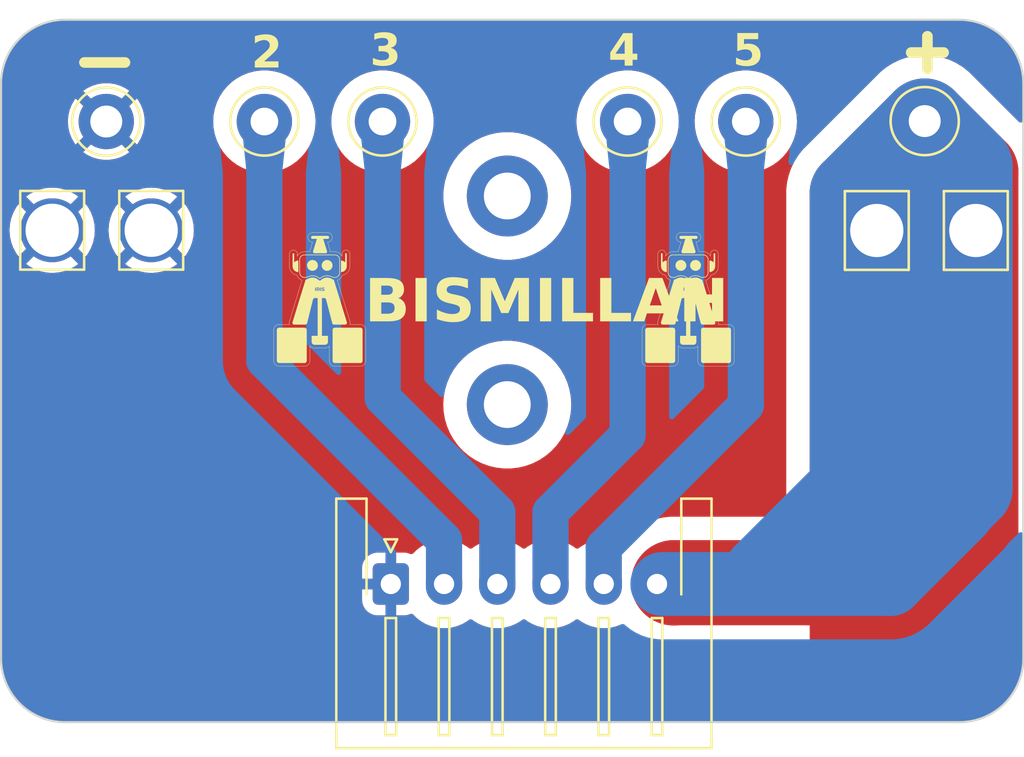
<source format=kicad_pcb>
(kicad_pcb (version 20240108) (generator "pcbnew") (generator_version "8.0")
  (layers (0 "F.Cu" signal) (31 "B.Cu" signal) (34 "B.Paste" user) (35 "F.Paste" user) (36 "B.SilkS" user "B.Silkscreen") (37 "F.SilkS" user "F.Silkscreen") (38 "B.Mask" user) (39 "F.Mask" user) (44 "Edge.Cuts" user))
  (net 0 "")
  (net 1 "/+")
  (net 2 "/-")
  (net 3 "Net-(J2-Pin_2)")
  (net 4 "Net-(J2-Pin_3)")
  (net 5 "Net-(J2-Pin_4)")
  (net 6 "Net-(J2-Pin_5)")
  (footprint "Connector_Pin:Pin_D1.3mm_L10.0mm_W3.5mm_Flat" (layer "F.Cu") (at 27.03 29.76 -90)
    (property "Reference" "J12" (hide yes))
    (property "Value" "-")
    (pad "1" thru_hole circle (at 0 0 270) (size 3 3) (drill 2.5) (layers "*.Cu" "*.Mask") (net 2 "/-"))
  )
  (footprint "Connector_Pin:Pin_D1.3mm_L11.0mm" (layer "F.Cu") (at 32.344 24.65 180)
    (property "Reference" "J3" (hide yes))
    (property "Value" "2")
    (pad "1" thru_hole circle (at 0 0 180) (size 2.6 2.6) (drill 1.3) (layers "*.Cu" "*.Mask") (net 3 "Net-(J2-Pin_2)"))
  )
  (footprint "LOGO" (layer "F.Cu") (at 52.24 33.01)
    (property "Reference" "G***" (hide yes))
    (property "Value" "LOGO" (hide yes))
  )
  (footprint "Connector_Pin:Pin_D1.3mm_L11.0mm" (layer "F.Cu") (at 63.35 24.63)
    (property "Reference" "J9" (hide yes))
    (property "Value" "6")
    (pad "1" thru_hole circle (at 0 0) (size 2.6 2.6) (drill 1.5) (layers "*.Cu" "*.Mask") (net 1 "/+"))
  )
  (footprint "MountingHole:MountingHole_2.2mm_M2_DIN965_Pad" (layer "F.Cu") (at 43.75 28.15)
    (property "Reference" "H1" (hide yes))
    (property "Value" "Hole" (hide yes))
    (pad "1" thru_hole circle (at 0 0) (size 3.8 3.8) (drill 2.2) (layers "*.Cu" "*.Mask"))
  )
  (footprint "Connector_Pin:Pin_D1.3mm_L10.0mm_W3.5mm_Flat" (layer "F.Cu") (at 22.38 29.76 -90)
    (property "Reference" "J13" (hide yes))
    (property "Value" "-")
    (pad "1" thru_hole circle (at 0 0 270) (size 3 3) (drill 2.5) (layers "*.Cu" "*.Mask") (net 2 "/-"))
  )
  (footprint "Connector_Pin:Pin_D1.3mm_L11.0mm" (layer "F.Cu") (at 37.89 24.648293 180)
    (property "Reference" "J4" (hide yes))
    (property "Value" "3")
    (pad "1" thru_hole circle (at 0 0 180) (size 2.6 2.6) (drill 1.3) (layers "*.Cu" "*.Mask") (net 4 "Net-(J2-Pin_3)"))
  )
  (footprint "Connector_Pin:Pin_D1.3mm_L11.0mm" (layer "F.Cu") (at 54.95 24.65 180)
    (property "Reference" "J6" (hide yes))
    (property "Value" "5")
    (pad "1" thru_hole circle (at 0 0 180) (size 2.6 2.6) (drill 1.3) (layers "*.Cu" "*.Mask") (net 6 "Net-(J2-Pin_5)"))
  )
  (footprint "Connector_Pin:Pin_D1.3mm_L10.0mm_W3.5mm_Flat" (layer "F.Cu") (at 61.1 29.77 -90)
    (property "Reference" "J11" (hide yes))
    (property "Value" "+")
    (pad "1" thru_hole circle (at 0 0 270) (size 3 3) (drill 2.5) (layers "*.Cu" "*.Mask") (net 1 "/+"))
  )
  (footprint "LOGO" (layer "F.Cu") (at 34.94 33.01)
    (property "Reference" "G***" (hide yes))
    (property "Value" "LOGO" (hide yes))
  )
  (footprint "MountingHole:MountingHole_2.2mm_M2_DIN965_Pad" (layer "F.Cu") (at 43.75 37.95)
    (property "Reference" "H2" (hide yes))
    (property "Value" "Hole" (hide yes))
    (pad "1" thru_hole circle (at 0 0) (size 3.8 3.8) (drill 2.2) (layers "*.Cu" "*.Mask"))
  )
  (footprint "Connector_JST:JST_XH_S6B-XH-A-1_1x06_P2.50mm_Horizontal" (layer "F.Cu") (at 38.28 46.38)
    (property "Reference" "J2" (hide yes))
    (property "Value" "Molex" (hide yes))
    (pad "1" thru_hole roundrect (at 0 0) (size 1.7 1.95) (drill 0.95) (layers "*.Cu" "*.Mask") (roundrect_rratio 0.147059) (net 2 "/-"))
    (pad "2" thru_hole oval (at 2.5 0) (size 1.7 1.95) (drill 0.95) (layers "*.Cu" "*.Mask") (net 3 "Net-(J2-Pin_2)"))
    (pad "3" thru_hole oval (at 5 0) (size 1.7 1.95) (drill 0.95) (layers "*.Cu" "*.Mask") (net 4 "Net-(J2-Pin_3)"))
    (pad "4" thru_hole oval (at 7.5 0) (size 1.7 1.95) (drill 0.95) (layers "*.Cu" "*.Mask") (net 5 "Net-(J2-Pin_4)"))
    (pad "5" thru_hole oval (at 10 0) (size 1.7 1.95) (drill 0.95) (layers "*.Cu" "*.Mask") (net 6 "Net-(J2-Pin_5)"))
    (pad "6" thru_hole oval (at 12.5 0) (size 1.7 1.95) (drill 0.95) (layers "*.Cu" "*.Mask") (net 1 "/+"))
  )
  (footprint "Connector_Pin:Pin_D1.3mm_L11.0mm" (layer "F.Cu") (at 49.4 24.648293 180)
    (property "Reference" "J5" (hide yes))
    (property "Value" "4")
    (pad "1" thru_hole circle (at 0 0 180) (size 2.6 2.6) (drill 1.3) (layers "*.Cu" "*.Mask") (net 5 "Net-(J2-Pin_4)"))
  )
  (footprint "Connector_Pin:Pin_D1.3mm_L11.0mm" (layer "F.Cu") (at 24.92 24.65)
    (property "Reference" "J8" (hide yes))
    (property "Value" "1")
    (pad "1" thru_hole circle (at 0 0) (size 2.6 2.6) (drill 1.5) (layers "*.Cu" "*.Mask") (net 2 "/-"))
  )
  (footprint "Connector_Pin:Pin_D1.3mm_L10.0mm_W3.5mm_Flat" (layer "F.Cu") (at 65.75 29.77 -90)
    (property "Reference" "J10" (hide yes))
    (property "Value" "+")
    (pad "1" thru_hole circle (at 0 0 270) (size 3 3) (drill 2.5) (layers "*.Cu" "*.Mask") (net 1 "/+"))
  )
  (gr_arc (start 67.98 49.87) (mid 67.10132 51.99132) (end 64.98 52.87) (stroke (width 0.1)) (layer "Edge.Cuts"))
  (gr_line (start 19.98 49.87) (end 19.98 22.87) (stroke (width 0.1)) (layer "Edge.Cuts"))
  (gr_line (start 22.98 19.87) (end 64.98 19.87) (stroke (width 0.1)) (layer "Edge.Cuts"))
  (gr_arc (start 19.98 22.87) (mid 20.85868 20.74868) (end 22.98 19.87) (stroke (width 0.1)) (layer "Edge.Cuts"))
  (gr_line (start 64.98 52.87) (end 22.98 52.87) (stroke (width 0.1)) (layer "Edge.Cuts"))
  (gr_line (start 67.98 22.87) (end 67.98 49.87) (stroke (width 0.1)) (layer "Edge.Cuts"))
  (gr_arc (start 64.98 19.87) (mid 67.10132 20.74868) (end 67.98 22.87) (stroke (width 0.1)) (layer "Edge.Cuts"))
  (gr_arc (start 22.98 52.87) (mid 20.85868 51.99132) (end 19.98 49.87) (stroke (width 0.1)) (layer "Edge.Cuts"))
  (gr_text "4" (at 48.49 22.28 0) (layer "F.SilkS") (effects (font (size 1.5 1.5) (thickness 0.3) (bold yes)) (justify left bottom)))
  (gr_text "2" (at 31.728 22.366 0) (layer "F.SilkS") (effects (font (size 1.5 1.5) (thickness 0.3) (bold yes)) (justify left bottom)))
  (gr_text "3" (at 37.3 22.266 0) (layer "F.SilkS") (effects (font (size 1.5 1.5) (thickness 0.3) (bold yes)) (justify left bottom)))
  (gr_text "BISMILLAH" (at 37.05 34.38 0) (layer "F.SilkS") (effects (font (size 2 2) (thickness 0.3) (bold yes)) (justify left bottom)))
  (gr_text "+" (at 61.91 22.44 0) (layer "F.SilkS") (effects (font (size 2 2) (thickness 0.5)) (justify left bottom)))
  (gr_text "-" (at 22.97 23.16 0) (layer "F.SilkS") (effects (font (size 2.5 2.5) (thickness 0.5) (bold yes)) (justify left bottom)))
  (gr_text "5" (at 54.328 22.276 0) (layer "F.SilkS") (effects (font (size 1.5 1.5) (thickness 0.3) (bold yes)) (justify left bottom)))
  (segment (start 61.83 50.35) (end 61.84 50.34) (width 4) (layer "F.Cu") (net 1))
  (segment (start 62.63 41.61) (end 57.92 46.32) (width 4) (layer "F.Cu") (net 1))
  (segment (start 65.14 50.38) (end 65.75 49.77) (width 4) (layer "F.Cu") (net 1))
  (segment (start 62.39 49.07) (end 60.89 49.07) (width 3) (layer "F.Cu") (net 1))
  (segment (start 57.92 46.32) (end 51.57 46.32) (width 4) (layer "F.Cu") (net 1))
  (segment (start 63.35 24.63) (end 65.75 27.03) (width 4) (layer "F.Cu") (net 1))
  (segment (start 65.75 27.03) (end 65.75 29.77) (width 4) (layer "F.Cu") (net 1))
  (segment (start 60.855 49.035) (end 62.2 50.38) (width 4) (layer "F.Cu") (net 1))
  (segment (start 59.95 44.72) (end 59.95 50.17) (width 4) (layer "F.Cu") (net 1))
  (segment (start 62.39 28.13) (end 62.39 49.07) (width 3) (layer "F.Cu") (net 1))
  (segment (start 62.2 50.38) (end 65.14 50.38) (width 4) (layer "F.Cu") (net 1))
  (segment (start 59.95 28.03) (end 59.95 44.72) (width 4) (layer "F.Cu") (net 1))
  (segment (start 63.35 24.63) (end 59.95 28.03) (width 4) (layer "F.Cu") (net 1))
  (segment (start 63.35 24.63) (end 63.35 27.17) (width 3) (layer "F.Cu") (net 1))
  (segment (start 65.75 49.77) (end 65.75 29.77) (width 4) (layer "F.Cu") (net 1))
  (segment (start 51.57 46.32) (end 51.56 46.33) (width 4) (layer "F.Cu") (net 1))
  (segment (start 60.13 50.35) (end 61.83 50.35) (width 4) (layer "F.Cu") (net 1))
  (segment (start 59.95 50.17) (end 60.13 50.35) (width 4) (layer "F.Cu") (net 1))
  (segment (start 60.89 49.07) (end 60.855 49.035) (width 3) (layer "F.Cu") (net 1))
  (segment (start 63.35 27.17) (end 62.39 28.13) (width 3) (layer "F.Cu") (net 1))
  (segment (start 65.48 26.76) (end 65.48 41.88) (width 4) (layer "B.Cu") (net 1))
  (segment (start 59.95 43.95) (end 59.94 43.96) (width 4) (layer "B.Cu") (net 1))
  (segment (start 65.48 41.88) (end 63.13 44.23) (width 4) (layer "B.Cu") (net 1))
  (segment (start 63.35 24.63) (end 62.3 25.68) (width 3) (layer "B.Cu") (net 1))
  (segment (start 63.28 44.74) (end 60.19 44.74) (width 3) (layer "B.Cu") (net 1))
  (segment (start 59.95 28.03) (end 59.95 43.95) (width 4) (layer "B.Cu") (net 1))
  (segment (start 62.3 38.85) (end 55.47 45.68) (width 3) (layer "B.Cu") (net 1))
  (segment (start 62.3 25.68) (end 62.3 38.85) (width 3) (layer "B.Cu") (net 1))
  (segment (start 61.75 46.38) (end 51.03 46.38) (width 3) (layer "B.Cu") (net 1))
  (segment (start 65.48 40.03) (end 64.25 40.03) (width 3) (layer "B.Cu") (net 1))
  (segment (start 65.1 43.03) (end 61.75 46.38) (width 3) (layer "B.Cu") (net 1))
  (segment (start 60.19 44.74) (end 59.67 44.22) (width 3) (layer "B.Cu") (net 1))
  (segment (start 63.35 24.63) (end 65.48 26.76) (width 4) (layer "B.Cu") (net 1))
  (segment (start 63.35 24.63) (end 59.95 28.03) (width 4) (layer "B.Cu") (net 1))
  (segment (start 64.25 40.03) (end 62.2 42.08) (width 3) (layer "B.Cu") (net 1))
  (segment (start 62.32 28.21) (end 64.39 30.28) (width 3) (layer "B.Cu") (net 1))
  (segment (start 32.344 35.884) (end 32.344 24.65) (width 1.7) (layer "B.Cu") (net 3))
  (segment (start 40.78 46.38) (end 40.78 44.32) (width 1.7) (layer "B.Cu") (net 3))
  (segment (start 40.78 44.32) (end 32.344 35.884) (width 1.7) (layer "B.Cu") (net 3))
  (segment (start 43.28 46.38) (end 43.28 43.01) (width 1.7) (layer "B.Cu") (net 4))
  (segment (start 37.9 37.63) (end 37.9 24.658293) (width 1.7) (layer "B.Cu") (net 4))
  (segment (start 37.91 24.68) (end 37.91 24.648293) (width 1.7) (layer "B.Cu") (net 4))
  (segment (start 37.9 24.658293) (end 37.89 24.648293) (width 1.7) (layer "B.Cu") (net 4))
  (segment (start 43.28 43.01) (end 37.9 37.63) (width 1.7) (layer "B.Cu") (net 4))
  (segment (start 49.4 39.38) (end 49.4 24.648293) (width 1.7) (layer "B.Cu") (net 5))
  (segment (start 45.78 46.38) (end 45.78 43) (width 1.7) (layer "B.Cu") (net 5))
  (segment (start 45.78 43) (end 49.4 39.38) (width 1.7) (layer "B.Cu") (net 5))
  (segment (start 48.28 46.38) (end 48.28 44.65) (width 1.7) (layer "B.Cu") (net 6))
  (segment (start 54.95 37.98) (end 54.95 24.65) (width 1.7) (layer "B.Cu") (net 6))
  (segment (start 48.28 44.65) (end 54.95 37.98) (width 1.7) (layer "B.Cu") (net 6))
  (zone (net 2) (net_name "/-") (layers "F&B.Cu") (connect_pads (clearance 1.1)) (min_thickness 0.25) (fill yes (thermal_gap 0.5) (thermal_bridge_width 0.5))
    (polygon (pts (xy 19.93 19.82) (xy 68.02 19.82) (xy 68.03 52.92) (xy 19.93 52.92)))
  )
)
</source>
